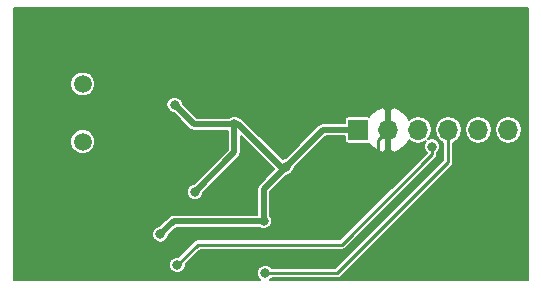
<source format=gbl>
G04 #@! TF.FileFunction,Copper,L2,Bot,Signal*
%FSLAX46Y46*%
G04 Gerber Fmt 4.6, Leading zero omitted, Abs format (unit mm)*
G04 Created by KiCad (PCBNEW 4.0.7+dfsg1-1) date Sun Apr 22 11:59:24 2018*
%MOMM*%
%LPD*%
G01*
G04 APERTURE LIST*
%ADD10C,0.100000*%
%ADD11C,1.500000*%
%ADD12R,1.700000X1.700000*%
%ADD13O,1.700000X1.700000*%
%ADD14C,0.800000*%
%ADD15C,0.500000*%
%ADD16C,0.250000*%
%ADD17C,0.200000*%
G04 APERTURE END LIST*
D10*
D11*
X19030000Y-24680000D03*
X19030000Y-19800000D03*
D12*
X42350000Y-23690000D03*
D13*
X44890000Y-23690000D03*
X47430000Y-23690000D03*
X49970000Y-23690000D03*
X52510000Y-23690000D03*
X55050000Y-23690000D03*
D14*
X25590000Y-32540000D03*
X28530000Y-28930000D03*
X26800000Y-21560000D03*
X31870000Y-23200000D03*
X36270000Y-26790000D03*
X34330000Y-31410000D03*
X56330000Y-35990000D03*
X44400000Y-27640000D03*
X43880000Y-35590000D03*
X45690000Y-35520000D03*
X47370000Y-35510000D03*
X54490000Y-25360000D03*
X52340000Y-25510000D03*
X50110000Y-30430000D03*
X51780000Y-30430000D03*
X53290000Y-30370000D03*
X19130000Y-28750000D03*
X36060000Y-24890000D03*
X36020000Y-23450000D03*
X34070000Y-23410000D03*
X33320000Y-26120000D03*
X34440000Y-27080000D03*
X36370000Y-28560000D03*
X36440000Y-30100000D03*
X28830000Y-24280000D03*
X30710000Y-25110000D03*
X31830000Y-27580000D03*
X30720000Y-29910000D03*
X29020000Y-15910000D03*
X23160000Y-17650000D03*
X17560000Y-34750000D03*
X19310000Y-34790000D03*
X19300000Y-32870000D03*
X17550000Y-32890000D03*
X19270000Y-31180000D03*
X17590000Y-31110000D03*
X17070000Y-14840000D03*
X14910000Y-17620000D03*
X15950000Y-18570000D03*
X16010000Y-21430000D03*
X16000000Y-23120000D03*
X16160000Y-26510000D03*
X36100000Y-15290000D03*
X36320000Y-18730000D03*
X39990000Y-28150000D03*
X40140000Y-30790000D03*
X34470000Y-35810000D03*
X48610000Y-25110000D03*
X27030000Y-35130000D03*
D15*
X31870000Y-25590000D02*
X31870000Y-23200000D01*
X28530000Y-28930000D02*
X31870000Y-25590000D01*
X26800000Y-21560000D02*
X28440000Y-23200000D01*
X28440000Y-23200000D02*
X31870000Y-23200000D01*
D16*
X36270000Y-26790000D02*
X35780000Y-26790000D01*
X32190000Y-23200000D02*
X31870000Y-23200000D01*
D15*
X35780000Y-26790000D02*
X32190000Y-23200000D01*
X34330000Y-31410000D02*
X34330000Y-28730000D01*
X34330000Y-28730000D02*
X36270000Y-26790000D01*
X39370000Y-23690000D02*
X42350000Y-23690000D01*
X36270000Y-26790000D02*
X39370000Y-23690000D01*
X25590000Y-32540000D02*
X26720000Y-31410000D01*
X26720000Y-31410000D02*
X34330000Y-31410000D01*
D16*
X44400000Y-27640000D02*
X44330000Y-27570000D01*
X44060000Y-27570000D02*
X44330000Y-27570000D01*
X43860000Y-35570000D02*
X43830000Y-35570000D01*
X43880000Y-35590000D02*
X43860000Y-35570000D01*
X47360000Y-35520000D02*
X45690000Y-35520000D01*
X47370000Y-35510000D02*
X47360000Y-35520000D01*
X52340000Y-28200000D02*
X52340000Y-25510000D01*
X50110000Y-30430000D02*
X52340000Y-28200000D01*
X53230000Y-30430000D02*
X51780000Y-30430000D01*
X53290000Y-30370000D02*
X53230000Y-30430000D01*
X16160000Y-26620000D02*
X17000000Y-26620000D01*
X17000000Y-26620000D02*
X19130000Y-28750000D01*
X34110000Y-23450000D02*
X36020000Y-23450000D01*
X34070000Y-23410000D02*
X34110000Y-23450000D01*
X33480000Y-26120000D02*
X33320000Y-26120000D01*
X34440000Y-27080000D02*
X33480000Y-26120000D01*
X36370000Y-30030000D02*
X36370000Y-28560000D01*
X36440000Y-30100000D02*
X36370000Y-30030000D01*
X29880000Y-24280000D02*
X28830000Y-24280000D01*
X30710000Y-25110000D02*
X29880000Y-24280000D01*
X31830000Y-28800000D02*
X31830000Y-27580000D01*
X30720000Y-29910000D02*
X31830000Y-28800000D01*
X24900000Y-15910000D02*
X29020000Y-15910000D01*
X23160000Y-17650000D02*
X24900000Y-15910000D01*
X16160000Y-26510000D02*
X16160000Y-26620000D01*
X16160000Y-26620000D02*
X16160000Y-29680000D01*
X19310000Y-32880000D02*
X19310000Y-34790000D01*
X19300000Y-32870000D02*
X19310000Y-32880000D01*
X17560000Y-32890000D02*
X17550000Y-32890000D01*
X19270000Y-31180000D02*
X17560000Y-32890000D01*
X16160000Y-29680000D02*
X17590000Y-31110000D01*
X17070000Y-15460000D02*
X17070000Y-14840000D01*
X14910000Y-17620000D02*
X17070000Y-15460000D01*
X15950000Y-21370000D02*
X15950000Y-18570000D01*
X16010000Y-21430000D02*
X15950000Y-21370000D01*
X16000000Y-26350000D02*
X16000000Y-23120000D01*
X16160000Y-26510000D02*
X16000000Y-26350000D01*
D17*
X36100000Y-18510000D02*
X36100000Y-15290000D01*
X36320000Y-18730000D02*
X36100000Y-18510000D01*
D16*
X44060000Y-28350000D02*
X44060000Y-27570000D01*
X41620000Y-30790000D02*
X40140000Y-30790000D01*
X44060000Y-28350000D02*
X41620000Y-30790000D01*
X44060000Y-27570000D02*
X44060000Y-24520000D01*
X44060000Y-24520000D02*
X44890000Y-23690000D01*
X40140000Y-28300000D02*
X40140000Y-30790000D01*
X39990000Y-28150000D02*
X40140000Y-28300000D01*
X49970000Y-26400000D02*
X49970000Y-23690000D01*
X40570000Y-35800000D02*
X49970000Y-26400000D01*
X34480000Y-35800000D02*
X40570000Y-35800000D01*
X34470000Y-35810000D02*
X34480000Y-35800000D01*
X48610000Y-25760000D02*
X48610000Y-25110000D01*
X40980000Y-33390000D02*
X48610000Y-25760000D01*
X28770000Y-33390000D02*
X40980000Y-33390000D01*
X27030000Y-35130000D02*
X28770000Y-33390000D01*
D17*
G36*
X56690000Y-36390000D02*
X34879801Y-36390000D01*
X35045090Y-36225000D01*
X40570000Y-36225000D01*
X40705657Y-36198016D01*
X40732641Y-36192649D01*
X40870520Y-36100520D01*
X50270520Y-26700521D01*
X50362648Y-26562641D01*
X50362649Y-26562640D01*
X50395000Y-26400000D01*
X50395000Y-24777992D01*
X50410086Y-24774991D01*
X50783173Y-24525703D01*
X51032461Y-24152616D01*
X51120000Y-23712530D01*
X51120000Y-23667470D01*
X51360000Y-23667470D01*
X51360000Y-23712530D01*
X51447539Y-24152616D01*
X51696827Y-24525703D01*
X52069914Y-24774991D01*
X52510000Y-24862530D01*
X52950086Y-24774991D01*
X53323173Y-24525703D01*
X53572461Y-24152616D01*
X53660000Y-23712530D01*
X53660000Y-23667470D01*
X53900000Y-23667470D01*
X53900000Y-23712530D01*
X53987539Y-24152616D01*
X54236827Y-24525703D01*
X54609914Y-24774991D01*
X55050000Y-24862530D01*
X55490086Y-24774991D01*
X55863173Y-24525703D01*
X56112461Y-24152616D01*
X56200000Y-23712530D01*
X56200000Y-23667470D01*
X56112461Y-23227384D01*
X55863173Y-22854297D01*
X55490086Y-22605009D01*
X55050000Y-22517470D01*
X54609914Y-22605009D01*
X54236827Y-22854297D01*
X53987539Y-23227384D01*
X53900000Y-23667470D01*
X53660000Y-23667470D01*
X53572461Y-23227384D01*
X53323173Y-22854297D01*
X52950086Y-22605009D01*
X52510000Y-22517470D01*
X52069914Y-22605009D01*
X51696827Y-22854297D01*
X51447539Y-23227384D01*
X51360000Y-23667470D01*
X51120000Y-23667470D01*
X51032461Y-23227384D01*
X50783173Y-22854297D01*
X50410086Y-22605009D01*
X49970000Y-22517470D01*
X49529914Y-22605009D01*
X49156827Y-22854297D01*
X48907539Y-23227384D01*
X48820000Y-23667470D01*
X48820000Y-23712530D01*
X48907539Y-24152616D01*
X49156827Y-24525703D01*
X49529914Y-24774991D01*
X49545000Y-24777992D01*
X49545000Y-26223959D01*
X40393960Y-35375000D01*
X35024845Y-35375000D01*
X34867036Y-35216915D01*
X34609850Y-35110122D01*
X34331372Y-35109879D01*
X34074000Y-35216223D01*
X33876915Y-35412964D01*
X33770122Y-35670150D01*
X33769879Y-35948628D01*
X33876223Y-36206000D01*
X34059902Y-36390000D01*
X13210000Y-36390000D01*
X13210000Y-35268628D01*
X26329879Y-35268628D01*
X26436223Y-35526000D01*
X26632964Y-35723085D01*
X26890150Y-35829878D01*
X27168628Y-35830121D01*
X27426000Y-35723777D01*
X27623085Y-35527036D01*
X27729878Y-35269850D01*
X27730086Y-35030954D01*
X28946041Y-33815000D01*
X40980000Y-33815000D01*
X41115657Y-33788016D01*
X41142641Y-33782649D01*
X41280520Y-33690520D01*
X48910520Y-26060521D01*
X49002648Y-25922641D01*
X49002649Y-25922640D01*
X49035000Y-25760000D01*
X49035000Y-25674828D01*
X49203085Y-25507036D01*
X49309878Y-25249850D01*
X49310121Y-24971372D01*
X49203777Y-24714000D01*
X49007036Y-24516915D01*
X48749850Y-24410122D01*
X48471372Y-24409879D01*
X48263049Y-24495956D01*
X48492461Y-24152616D01*
X48580000Y-23712530D01*
X48580000Y-23667470D01*
X48492461Y-23227384D01*
X48243173Y-22854297D01*
X47870086Y-22605009D01*
X47430000Y-22517470D01*
X46989914Y-22605009D01*
X46625377Y-22848584D01*
X46480683Y-22534612D01*
X45917452Y-22013833D01*
X45348709Y-21778262D01*
X45044000Y-22010044D01*
X45044000Y-23536000D01*
X45064000Y-23536000D01*
X45064000Y-23844000D01*
X45044000Y-23844000D01*
X45044000Y-25369956D01*
X45348709Y-25601738D01*
X45917452Y-25366167D01*
X46480683Y-24845388D01*
X46625377Y-24531416D01*
X46989914Y-24774991D01*
X47430000Y-24862530D01*
X47870086Y-24774991D01*
X48126225Y-24603845D01*
X48016915Y-24712964D01*
X47910122Y-24970150D01*
X47909879Y-25248628D01*
X48016223Y-25506000D01*
X48139483Y-25629476D01*
X40803960Y-32965000D01*
X28770000Y-32965000D01*
X28607359Y-32997351D01*
X28469480Y-33089479D01*
X27128874Y-34430086D01*
X26891372Y-34429879D01*
X26634000Y-34536223D01*
X26436915Y-34732964D01*
X26330122Y-34990150D01*
X26329879Y-35268628D01*
X13210000Y-35268628D01*
X13210000Y-32678628D01*
X24889879Y-32678628D01*
X24996223Y-32936000D01*
X25192964Y-33133085D01*
X25450150Y-33239878D01*
X25728628Y-33240121D01*
X25986000Y-33133777D01*
X26183085Y-32937036D01*
X26289878Y-32679850D01*
X26289932Y-32617886D01*
X26947817Y-31960000D01*
X33889954Y-31960000D01*
X33932964Y-32003085D01*
X34190150Y-32109878D01*
X34468628Y-32110121D01*
X34726000Y-32003777D01*
X34923085Y-31807036D01*
X35029878Y-31549850D01*
X35030121Y-31271372D01*
X34923777Y-31014000D01*
X34880000Y-30970146D01*
X34880000Y-28957818D01*
X36347750Y-27490068D01*
X36408628Y-27490121D01*
X36666000Y-27383777D01*
X36863085Y-27187036D01*
X36969878Y-26929850D01*
X36969932Y-26867886D01*
X39597818Y-24240000D01*
X41194123Y-24240000D01*
X41194123Y-24540000D01*
X41215042Y-24651173D01*
X41280745Y-24753279D01*
X41380997Y-24821778D01*
X41500000Y-24845877D01*
X43200000Y-24845877D01*
X43291599Y-24828641D01*
X43299317Y-24845388D01*
X43862548Y-25366167D01*
X44431291Y-25601738D01*
X44736000Y-25369956D01*
X44736000Y-23844000D01*
X44716000Y-23844000D01*
X44716000Y-23536000D01*
X44736000Y-23536000D01*
X44736000Y-22010044D01*
X44431291Y-21778262D01*
X43862548Y-22013833D01*
X43299317Y-22534612D01*
X43291045Y-22552560D01*
X43200000Y-22534123D01*
X41500000Y-22534123D01*
X41388827Y-22555042D01*
X41286721Y-22620745D01*
X41218222Y-22720997D01*
X41194123Y-22840000D01*
X41194123Y-23140000D01*
X39370000Y-23140000D01*
X39159524Y-23181866D01*
X38981091Y-23301091D01*
X36192250Y-26089932D01*
X36131372Y-26089879D01*
X35937715Y-26169897D01*
X32578909Y-22811091D01*
X32400476Y-22691866D01*
X32339788Y-22679795D01*
X32267036Y-22606915D01*
X32009850Y-22500122D01*
X31731372Y-22499879D01*
X31474000Y-22606223D01*
X31430146Y-22650000D01*
X28667818Y-22650000D01*
X27500068Y-21482250D01*
X27500121Y-21421372D01*
X27393777Y-21164000D01*
X27197036Y-20966915D01*
X26939850Y-20860122D01*
X26661372Y-20859879D01*
X26404000Y-20966223D01*
X26206915Y-21162964D01*
X26100122Y-21420150D01*
X26099879Y-21698628D01*
X26206223Y-21956000D01*
X26402964Y-22153085D01*
X26660150Y-22259878D01*
X26722114Y-22259932D01*
X28051091Y-23588909D01*
X28229524Y-23708134D01*
X28440000Y-23750000D01*
X31320000Y-23750000D01*
X31320000Y-25362182D01*
X28452250Y-28229932D01*
X28391372Y-28229879D01*
X28134000Y-28336223D01*
X27936915Y-28532964D01*
X27830122Y-28790150D01*
X27829879Y-29068628D01*
X27936223Y-29326000D01*
X28132964Y-29523085D01*
X28390150Y-29629878D01*
X28668628Y-29630121D01*
X28926000Y-29523777D01*
X29123085Y-29327036D01*
X29229878Y-29069850D01*
X29229932Y-29007886D01*
X32258909Y-25978909D01*
X32378134Y-25800476D01*
X32420000Y-25590000D01*
X32420000Y-24207818D01*
X35247182Y-27035000D01*
X33941091Y-28341091D01*
X33821866Y-28519524D01*
X33780000Y-28730000D01*
X33780000Y-30860000D01*
X26720000Y-30860000D01*
X26509524Y-30901866D01*
X26331091Y-31021091D01*
X26331089Y-31021094D01*
X25512250Y-31839932D01*
X25451372Y-31839879D01*
X25194000Y-31946223D01*
X24996915Y-32142964D01*
X24890122Y-32400150D01*
X24889879Y-32678628D01*
X13210000Y-32678628D01*
X13210000Y-24887942D01*
X17979818Y-24887942D01*
X18139334Y-25274000D01*
X18434446Y-25569628D01*
X18820226Y-25729818D01*
X19237942Y-25730182D01*
X19624000Y-25570666D01*
X19919628Y-25275554D01*
X20079818Y-24889774D01*
X20080182Y-24472058D01*
X19920666Y-24086000D01*
X19625554Y-23790372D01*
X19239774Y-23630182D01*
X18822058Y-23629818D01*
X18436000Y-23789334D01*
X18140372Y-24084446D01*
X17980182Y-24470226D01*
X17979818Y-24887942D01*
X13210000Y-24887942D01*
X13210000Y-20007942D01*
X17979818Y-20007942D01*
X18139334Y-20394000D01*
X18434446Y-20689628D01*
X18820226Y-20849818D01*
X19237942Y-20850182D01*
X19624000Y-20690666D01*
X19919628Y-20395554D01*
X20079818Y-20009774D01*
X20080182Y-19592058D01*
X19920666Y-19206000D01*
X19625554Y-18910372D01*
X19239774Y-18750182D01*
X18822058Y-18749818D01*
X18436000Y-18909334D01*
X18140372Y-19204446D01*
X17980182Y-19590226D01*
X17979818Y-20007942D01*
X13210000Y-20007942D01*
X13210000Y-13330000D01*
X56690000Y-13330000D01*
X56690000Y-36390000D01*
X56690000Y-36390000D01*
G37*
X56690000Y-36390000D02*
X34879801Y-36390000D01*
X35045090Y-36225000D01*
X40570000Y-36225000D01*
X40705657Y-36198016D01*
X40732641Y-36192649D01*
X40870520Y-36100520D01*
X50270520Y-26700521D01*
X50362648Y-26562641D01*
X50362649Y-26562640D01*
X50395000Y-26400000D01*
X50395000Y-24777992D01*
X50410086Y-24774991D01*
X50783173Y-24525703D01*
X51032461Y-24152616D01*
X51120000Y-23712530D01*
X51120000Y-23667470D01*
X51360000Y-23667470D01*
X51360000Y-23712530D01*
X51447539Y-24152616D01*
X51696827Y-24525703D01*
X52069914Y-24774991D01*
X52510000Y-24862530D01*
X52950086Y-24774991D01*
X53323173Y-24525703D01*
X53572461Y-24152616D01*
X53660000Y-23712530D01*
X53660000Y-23667470D01*
X53900000Y-23667470D01*
X53900000Y-23712530D01*
X53987539Y-24152616D01*
X54236827Y-24525703D01*
X54609914Y-24774991D01*
X55050000Y-24862530D01*
X55490086Y-24774991D01*
X55863173Y-24525703D01*
X56112461Y-24152616D01*
X56200000Y-23712530D01*
X56200000Y-23667470D01*
X56112461Y-23227384D01*
X55863173Y-22854297D01*
X55490086Y-22605009D01*
X55050000Y-22517470D01*
X54609914Y-22605009D01*
X54236827Y-22854297D01*
X53987539Y-23227384D01*
X53900000Y-23667470D01*
X53660000Y-23667470D01*
X53572461Y-23227384D01*
X53323173Y-22854297D01*
X52950086Y-22605009D01*
X52510000Y-22517470D01*
X52069914Y-22605009D01*
X51696827Y-22854297D01*
X51447539Y-23227384D01*
X51360000Y-23667470D01*
X51120000Y-23667470D01*
X51032461Y-23227384D01*
X50783173Y-22854297D01*
X50410086Y-22605009D01*
X49970000Y-22517470D01*
X49529914Y-22605009D01*
X49156827Y-22854297D01*
X48907539Y-23227384D01*
X48820000Y-23667470D01*
X48820000Y-23712530D01*
X48907539Y-24152616D01*
X49156827Y-24525703D01*
X49529914Y-24774991D01*
X49545000Y-24777992D01*
X49545000Y-26223959D01*
X40393960Y-35375000D01*
X35024845Y-35375000D01*
X34867036Y-35216915D01*
X34609850Y-35110122D01*
X34331372Y-35109879D01*
X34074000Y-35216223D01*
X33876915Y-35412964D01*
X33770122Y-35670150D01*
X33769879Y-35948628D01*
X33876223Y-36206000D01*
X34059902Y-36390000D01*
X13210000Y-36390000D01*
X13210000Y-35268628D01*
X26329879Y-35268628D01*
X26436223Y-35526000D01*
X26632964Y-35723085D01*
X26890150Y-35829878D01*
X27168628Y-35830121D01*
X27426000Y-35723777D01*
X27623085Y-35527036D01*
X27729878Y-35269850D01*
X27730086Y-35030954D01*
X28946041Y-33815000D01*
X40980000Y-33815000D01*
X41115657Y-33788016D01*
X41142641Y-33782649D01*
X41280520Y-33690520D01*
X48910520Y-26060521D01*
X49002648Y-25922641D01*
X49002649Y-25922640D01*
X49035000Y-25760000D01*
X49035000Y-25674828D01*
X49203085Y-25507036D01*
X49309878Y-25249850D01*
X49310121Y-24971372D01*
X49203777Y-24714000D01*
X49007036Y-24516915D01*
X48749850Y-24410122D01*
X48471372Y-24409879D01*
X48263049Y-24495956D01*
X48492461Y-24152616D01*
X48580000Y-23712530D01*
X48580000Y-23667470D01*
X48492461Y-23227384D01*
X48243173Y-22854297D01*
X47870086Y-22605009D01*
X47430000Y-22517470D01*
X46989914Y-22605009D01*
X46625377Y-22848584D01*
X46480683Y-22534612D01*
X45917452Y-22013833D01*
X45348709Y-21778262D01*
X45044000Y-22010044D01*
X45044000Y-23536000D01*
X45064000Y-23536000D01*
X45064000Y-23844000D01*
X45044000Y-23844000D01*
X45044000Y-25369956D01*
X45348709Y-25601738D01*
X45917452Y-25366167D01*
X46480683Y-24845388D01*
X46625377Y-24531416D01*
X46989914Y-24774991D01*
X47430000Y-24862530D01*
X47870086Y-24774991D01*
X48126225Y-24603845D01*
X48016915Y-24712964D01*
X47910122Y-24970150D01*
X47909879Y-25248628D01*
X48016223Y-25506000D01*
X48139483Y-25629476D01*
X40803960Y-32965000D01*
X28770000Y-32965000D01*
X28607359Y-32997351D01*
X28469480Y-33089479D01*
X27128874Y-34430086D01*
X26891372Y-34429879D01*
X26634000Y-34536223D01*
X26436915Y-34732964D01*
X26330122Y-34990150D01*
X26329879Y-35268628D01*
X13210000Y-35268628D01*
X13210000Y-32678628D01*
X24889879Y-32678628D01*
X24996223Y-32936000D01*
X25192964Y-33133085D01*
X25450150Y-33239878D01*
X25728628Y-33240121D01*
X25986000Y-33133777D01*
X26183085Y-32937036D01*
X26289878Y-32679850D01*
X26289932Y-32617886D01*
X26947817Y-31960000D01*
X33889954Y-31960000D01*
X33932964Y-32003085D01*
X34190150Y-32109878D01*
X34468628Y-32110121D01*
X34726000Y-32003777D01*
X34923085Y-31807036D01*
X35029878Y-31549850D01*
X35030121Y-31271372D01*
X34923777Y-31014000D01*
X34880000Y-30970146D01*
X34880000Y-28957818D01*
X36347750Y-27490068D01*
X36408628Y-27490121D01*
X36666000Y-27383777D01*
X36863085Y-27187036D01*
X36969878Y-26929850D01*
X36969932Y-26867886D01*
X39597818Y-24240000D01*
X41194123Y-24240000D01*
X41194123Y-24540000D01*
X41215042Y-24651173D01*
X41280745Y-24753279D01*
X41380997Y-24821778D01*
X41500000Y-24845877D01*
X43200000Y-24845877D01*
X43291599Y-24828641D01*
X43299317Y-24845388D01*
X43862548Y-25366167D01*
X44431291Y-25601738D01*
X44736000Y-25369956D01*
X44736000Y-23844000D01*
X44716000Y-23844000D01*
X44716000Y-23536000D01*
X44736000Y-23536000D01*
X44736000Y-22010044D01*
X44431291Y-21778262D01*
X43862548Y-22013833D01*
X43299317Y-22534612D01*
X43291045Y-22552560D01*
X43200000Y-22534123D01*
X41500000Y-22534123D01*
X41388827Y-22555042D01*
X41286721Y-22620745D01*
X41218222Y-22720997D01*
X41194123Y-22840000D01*
X41194123Y-23140000D01*
X39370000Y-23140000D01*
X39159524Y-23181866D01*
X38981091Y-23301091D01*
X36192250Y-26089932D01*
X36131372Y-26089879D01*
X35937715Y-26169897D01*
X32578909Y-22811091D01*
X32400476Y-22691866D01*
X32339788Y-22679795D01*
X32267036Y-22606915D01*
X32009850Y-22500122D01*
X31731372Y-22499879D01*
X31474000Y-22606223D01*
X31430146Y-22650000D01*
X28667818Y-22650000D01*
X27500068Y-21482250D01*
X27500121Y-21421372D01*
X27393777Y-21164000D01*
X27197036Y-20966915D01*
X26939850Y-20860122D01*
X26661372Y-20859879D01*
X26404000Y-20966223D01*
X26206915Y-21162964D01*
X26100122Y-21420150D01*
X26099879Y-21698628D01*
X26206223Y-21956000D01*
X26402964Y-22153085D01*
X26660150Y-22259878D01*
X26722114Y-22259932D01*
X28051091Y-23588909D01*
X28229524Y-23708134D01*
X28440000Y-23750000D01*
X31320000Y-23750000D01*
X31320000Y-25362182D01*
X28452250Y-28229932D01*
X28391372Y-28229879D01*
X28134000Y-28336223D01*
X27936915Y-28532964D01*
X27830122Y-28790150D01*
X27829879Y-29068628D01*
X27936223Y-29326000D01*
X28132964Y-29523085D01*
X28390150Y-29629878D01*
X28668628Y-29630121D01*
X28926000Y-29523777D01*
X29123085Y-29327036D01*
X29229878Y-29069850D01*
X29229932Y-29007886D01*
X32258909Y-25978909D01*
X32378134Y-25800476D01*
X32420000Y-25590000D01*
X32420000Y-24207818D01*
X35247182Y-27035000D01*
X33941091Y-28341091D01*
X33821866Y-28519524D01*
X33780000Y-28730000D01*
X33780000Y-30860000D01*
X26720000Y-30860000D01*
X26509524Y-30901866D01*
X26331091Y-31021091D01*
X26331089Y-31021094D01*
X25512250Y-31839932D01*
X25451372Y-31839879D01*
X25194000Y-31946223D01*
X24996915Y-32142964D01*
X24890122Y-32400150D01*
X24889879Y-32678628D01*
X13210000Y-32678628D01*
X13210000Y-24887942D01*
X17979818Y-24887942D01*
X18139334Y-25274000D01*
X18434446Y-25569628D01*
X18820226Y-25729818D01*
X19237942Y-25730182D01*
X19624000Y-25570666D01*
X19919628Y-25275554D01*
X20079818Y-24889774D01*
X20080182Y-24472058D01*
X19920666Y-24086000D01*
X19625554Y-23790372D01*
X19239774Y-23630182D01*
X18822058Y-23629818D01*
X18436000Y-23789334D01*
X18140372Y-24084446D01*
X17980182Y-24470226D01*
X17979818Y-24887942D01*
X13210000Y-24887942D01*
X13210000Y-20007942D01*
X17979818Y-20007942D01*
X18139334Y-20394000D01*
X18434446Y-20689628D01*
X18820226Y-20849818D01*
X19237942Y-20850182D01*
X19624000Y-20690666D01*
X19919628Y-20395554D01*
X20079818Y-20009774D01*
X20080182Y-19592058D01*
X19920666Y-19206000D01*
X19625554Y-18910372D01*
X19239774Y-18750182D01*
X18822058Y-18749818D01*
X18436000Y-18909334D01*
X18140372Y-19204446D01*
X17980182Y-19590226D01*
X17979818Y-20007942D01*
X13210000Y-20007942D01*
X13210000Y-13330000D01*
X56690000Y-13330000D01*
X56690000Y-36390000D01*
M02*

</source>
